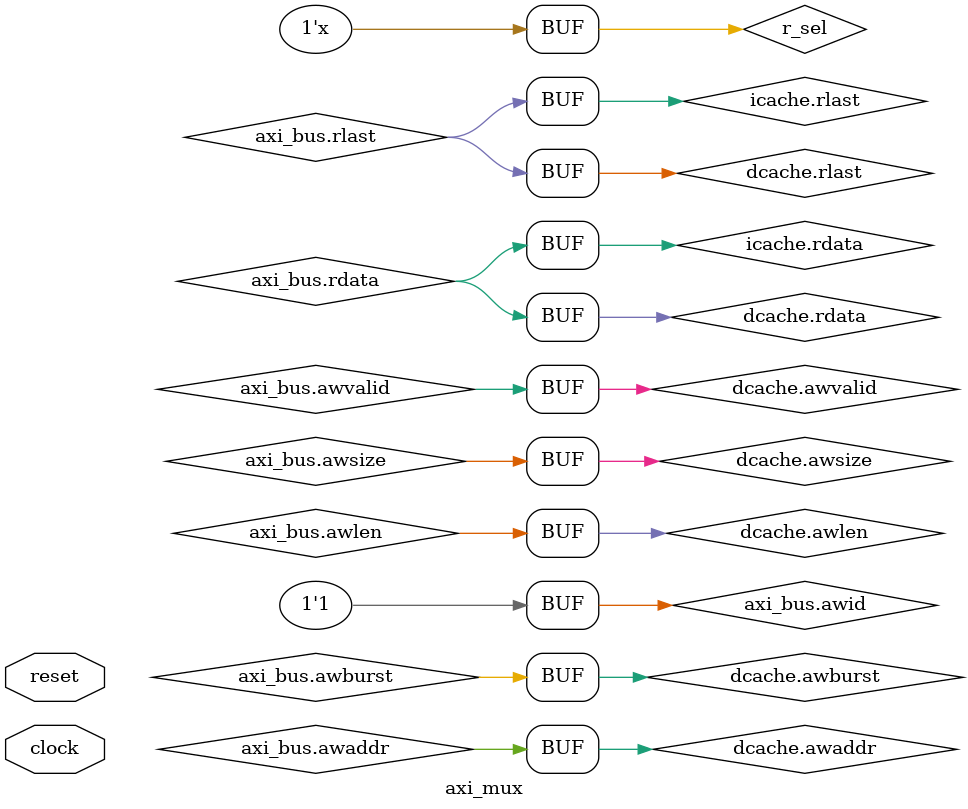
<source format=sv>
`include "def_axi.svh"

module axi_mux(
    input clock,
    input reset,

    axi.master                  axi_bus,
    axi.slave_no_id_read_only   icache,
    axi.slave_no_id             dcache
);

// pass-through aw {
assign axi_bus.awid     = 4'd1; // id=1 for dcache
assign axi_bus.awaddr   = dcache.awaddr;
assign axi_bus.awlen    = dcache.awlen;
assign axi_bus.awsize   = dcache.awsize;
assign axi_bus.awburst  = dcache.awburst;
assign axi_bus.awvalid  = dcache.awvalid;
assign dcache.awready   = axi_bus.awready;
// pass-through aw }

// pass-through w {
assign axi_bus.wdata    = dcache.wdata;
assign axi_bus.wstrb    = dcache.wstrb;
assign axi_bus.wlast    = dcache.wlast;
assign axi_bus.wvalid   = dcache.wvalid;
assign dcache.wready    = axi_bus.wready;
// pass-through aw }

// pass-through b {
assign dcache.bvalid    = axi_bus.bvalid;
assign dcache.bresp     = axi_bus.bresp;
assign axi_bus.bready   = dcache.bready;
// pass-through b }

// mux ar {
// we need to lock ar to avoid signals change during handshake
reg ar_sel_lock;
reg ar_sel_val;
wire ar_sel = ar_sel_lock ? ar_sel_val : (dcache.arvalid ? 1'b1 : 1'b0);
always_ff @(posedge clock) begin
    if (reset) begin
        ar_sel_lock <= 0;
        ar_sel_val  <= 0;
    end
    else begin
        if (axi_bus.arvalid) begin
            if (axi_bus.arready) begin
                ar_sel_lock <= 0;
            end
            else begin
                ar_sel_lock <= 1'b1;
                ar_sel_val  <= ar_sel;
            end
        end
    end
end
assign axi_bus.arid     = {3'd0,ar_sel};
assign axi_bus.araddr   = ar_sel ? dcache.araddr    : icache.araddr;
assign axi_bus.arlen    = ar_sel ? dcache.arlen     : icache.arlen;
assign axi_bus.arsize   = ar_sel ? dcache.arsize    : icache.arsize;
assign axi_bus.arburst  = ar_sel ? dcache.arburst   : icache.arburst;
assign axi_bus.arvalid  = ar_sel ? dcache.arvalid   : icache.arvalid;
assign icache.arready   = !ar_sel && axi_bus.arready;
assign dcache.arready   =  ar_sel && axi_bus.arready;
// mux ar }

// mux r based on rid {
wire r_sel = axi_bus.rid[0];
assign icache.rdata     = axi_bus.rdata;
assign icache.rresp     = axi_bus.rresp;
assign icache.rlast     = axi_bus.rlast;
assign icache.rvalid    = !r_sel && axi_bus.rvalid;
assign dcache.rdata     = axi_bus.rdata;
assign dcache.rresp     = axi_bus.rresp;
assign dcache.rlast     = axi_bus.rlast;
assign dcache.rvalid    = r_sel && axi_bus.rvalid;
assign axi_bus.rready   = r_sel ? dcache.rready : icache.rready;
// mux r based on rid }

endmodule

</source>
